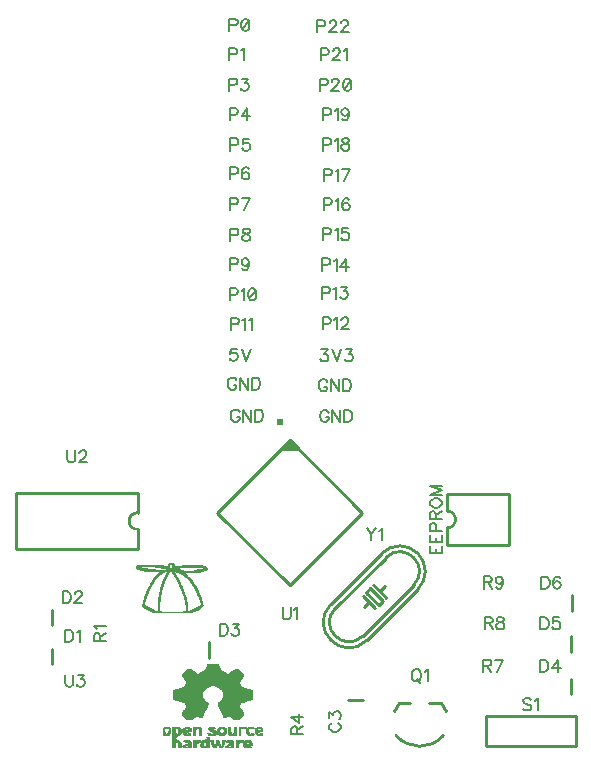
<source format=gbr>
G04 DipTrace 3.0.0.1*
G04 TopSilk.gbr*
%MOIN*%
G04 #@! TF.FileFunction,Legend,Top*
G04 #@! TF.Part,Single*
%ADD10C,0.01*%
%ADD12C,0.002992*%
%ADD36C,0.023681*%
%ADD78C,0.006176*%
%FSLAX26Y26*%
G04*
G70*
G90*
G75*
G01*
G04 TopSilk*
%LPD*%
X1570755Y571275D2*
D10*
X1621896D1*
X584908Y691883D2*
Y743025D1*
X584664Y821280D2*
Y872421D1*
X1108157Y712487D2*
Y763629D1*
X2315465Y642894D2*
Y591752D1*
X2315333Y784495D2*
Y733353D1*
X2317696Y920190D2*
Y869049D1*
X1903545Y1086827D2*
X2108266D1*
X1903545Y1260024D2*
X2108266D1*
Y1086827D2*
Y1260024D1*
X1903545Y1086827D2*
Y1145854D1*
Y1200996D2*
Y1260024D1*
Y1145854D2*
G03X1903545Y1200996I-15J27571D01*
G01*
X1779657Y563264D2*
X1740297D1*
X1842653D2*
X1882013D1*
X1740297D2*
X1724548Y535694D1*
X1882013Y563264D2*
X1897762Y535694D1*
X1732410Y453022D2*
G03X1889900Y453022I78745J69774D01*
G01*
X2330709Y418635D2*
X2030709D1*
Y518635D1*
X2330709D1*
Y418635D1*
X1378034Y1438490D2*
X1620158Y1196362D1*
X1378034Y954234D1*
X1135910Y1196362D1*
X1378034Y1438490D1*
D36*
X1344627Y1497024D3*
G36*
X1377490Y1436892D2*
X1403346Y1409914D1*
X1377490Y1436892D1*
G37*
G36*
X1383592Y1435786D2*
X1416999Y1402355D1*
X1339070D1*
X1383592Y1435786D1*
G37*
X873294Y1262740D2*
D10*
X463845D1*
X873294Y1073735D2*
X463845D1*
Y1262740D2*
Y1073735D1*
X873294Y1262740D2*
Y1195805D1*
Y1140670D2*
Y1073735D1*
Y1195805D2*
G03X873294Y1140670I-3711J-27568D01*
G01*
X1684596Y1060813D2*
X1515074Y891292D1*
X1804645Y940764D2*
X1635124Y771242D1*
X1698711Y1046697D2*
X1529190Y877176D1*
X1621008Y785358D2*
X1790529Y954879D1*
X1688124Y901912D2*
X1673975Y887763D1*
X1631595Y930143D1*
X1645744Y944292D1*
X1688124Y901912D1*
X1663388Y877176D2*
X1642181Y898349D1*
X1621008Y919556D1*
X1698711Y912499D2*
X1677538Y933706D1*
X1656331Y954879D1*
X1642181Y898349D2*
X1624537Y880705D1*
X1677538Y933706D2*
X1695182Y951350D1*
X1804645Y940764D2*
G03X1684596Y1060813I-60025J60025D01*
G01*
X1515074Y891292D2*
G03X1635124Y771242I60025J-60025D01*
G01*
X1790529Y954879D2*
G03X1698711Y1046697I-45909J45909D01*
G01*
X1529190Y877176D2*
G03X1621008Y785358I45909J-45909D01*
G01*
X973806Y1028110D2*
D12*
X988766D1*
X972216Y1025118D2*
X990356D1*
X869081Y1022126D2*
X955853D1*
X970814D2*
X976248D1*
X985774D2*
X991759D1*
X1018688D2*
X1081522D1*
X866331Y1019134D2*
X975198D1*
X985774D2*
X1090474D1*
X864320Y1016142D2*
X878058D1*
X937042D2*
X973806D1*
X985774D2*
X1097588D1*
X864085Y1013150D2*
X869081D1*
X953630D2*
X976798D1*
X985774D2*
X1003727D1*
X1090499D2*
X1100557D1*
X864950Y1010157D2*
X893434D1*
X967822D2*
X991759D1*
X1099475D2*
X1101406D1*
X873468Y1007165D2*
X919655D1*
X964829D2*
X1005971D1*
X1079091D2*
X1101795D1*
X885256Y1004173D2*
X1021680D1*
X1057585D2*
X1095694D1*
X899003Y1001181D2*
X977260D1*
X982320D2*
X1086541D1*
X944473Y998189D2*
X956327D1*
X968296D2*
X975022D1*
X984558D2*
X991645D1*
X1002077D2*
X1075538D1*
X939731Y995197D2*
X951202D1*
X966151D2*
X972909D1*
X986671D2*
X994241D1*
X1010702D2*
X1027664D1*
X935748Y992205D2*
X946490D1*
X964326D2*
X970834D1*
X988757D2*
X996411D1*
X1017418D2*
X1030656D1*
X932375Y989213D2*
X942257D1*
X962680D2*
X968954D1*
X990743D2*
X998243D1*
X1022635D2*
X1033648D1*
X929554Y986220D2*
X938638D1*
X961126D2*
X967342D1*
X992736D2*
X999892D1*
X1026780D2*
X1036640D1*
X927207Y983228D2*
X935666D1*
X959616D2*
X966034D1*
X994761D2*
X1001446D1*
X1030300D2*
X1039633D1*
X925055Y980236D2*
X933232D1*
X958208D2*
X964929D1*
X996633D2*
X1002968D1*
X1033513D2*
X1042613D1*
X922955Y977244D2*
X930955D1*
X956994D2*
X963753D1*
X998331D2*
X1004470D1*
X1036580D2*
X1045500D1*
X920965Y974252D2*
X928566D1*
X955928D2*
X962437D1*
X999924D2*
X1005971D1*
X1039499D2*
X1048111D1*
X918971Y971260D2*
X926235D1*
X954768D2*
X961031D1*
X1001458D2*
X1007466D1*
X1042121D2*
X1050375D1*
X916946Y968268D2*
X924189D1*
X953469D2*
X959581D1*
X1002972D2*
X1008964D1*
X1044400D2*
X1052494D1*
X915073Y965276D2*
X922397D1*
X952158D2*
X958195D1*
X1004471D2*
X1010458D1*
X1046615D2*
X1054583D1*
X913375Y962283D2*
X920675D1*
X950986D2*
X956990D1*
X1005960D2*
X1011957D1*
X1048980D2*
X1056570D1*
X911782Y959291D2*
X918840D1*
X949947D2*
X955939D1*
X1007360D2*
X1013450D1*
X1051302D2*
X1058562D1*
X910248Y956299D2*
X916892D1*
X948898D2*
X954884D1*
X1008571D2*
X1014937D1*
X1053345D2*
X1060587D1*
X908735Y953307D2*
X915052D1*
X947971D2*
X953956D1*
X1009636D2*
X1016337D1*
X1055125D2*
X1062460D1*
X907235Y950315D2*
X913368D1*
X947283D2*
X953268D1*
X1010796D2*
X1017548D1*
X1056753D2*
X1064158D1*
X905735Y947323D2*
X911779D1*
X946602D2*
X952586D1*
X1012107D2*
X1018613D1*
X1058300D2*
X1065751D1*
X904240Y944331D2*
X910248D1*
X945750D2*
X951723D1*
X1013511D2*
X1019773D1*
X1059819D2*
X1067284D1*
X902753Y941339D2*
X908746D1*
X944916D2*
X950795D1*
X1014960D2*
X1021071D1*
X1061320D2*
X1068798D1*
X901353Y938346D2*
X907340D1*
X944268D2*
X949871D1*
X1016346D2*
X1022382D1*
X1062821D2*
X1070298D1*
X900142Y935354D2*
X906128D1*
X943601D2*
X948869D1*
X1017551D2*
X1023555D1*
X1064316D2*
X1071786D1*
X899078Y932362D2*
X905062D1*
X942755D2*
X947972D1*
X1018602D2*
X1024594D1*
X1065815D2*
X1073187D1*
X897918Y929370D2*
X903902D1*
X941934D2*
X947385D1*
X1019668D2*
X1025655D1*
X1067308D2*
X1074398D1*
X896619Y926378D2*
X902603D1*
X941392D2*
X946982D1*
X1020690D2*
X1026675D1*
X1068795D2*
X1075463D1*
X895308Y923386D2*
X901292D1*
X941095D2*
X946466D1*
X1021654D2*
X1027639D1*
X1070195D2*
X1076623D1*
X894135Y920394D2*
X900119D1*
X940861D2*
X945695D1*
X1022683D2*
X1028667D1*
X1071406D2*
X1077922D1*
X893097Y917402D2*
X899081D1*
X940426D2*
X944906D1*
X1023690D2*
X1029675D1*
X1072471D2*
X1079233D1*
X892047Y914409D2*
X898020D1*
X939689D2*
X944377D1*
X1024649D2*
X1030633D1*
X1073631D2*
X1080406D1*
X891120Y911417D2*
X896999D1*
X938914D2*
X944097D1*
X1025664D2*
X1031648D1*
X1074930D2*
X1081444D1*
X890433Y908425D2*
X896036D1*
X938390D2*
X943969D1*
X1026578D2*
X1032550D1*
X1076241D2*
X1082493D1*
X889751Y905433D2*
X895019D1*
X938112D2*
X943904D1*
X1027260D2*
X1033139D1*
X1077413D2*
X1083420D1*
X888888Y902441D2*
X894105D1*
X937984D2*
X943779D1*
X1027940D2*
X1033543D1*
X1078452D2*
X1084108D1*
X887960Y899449D2*
X893423D1*
X937932D2*
X943390D1*
X1028791D2*
X1034059D1*
X1079501D2*
X1084789D1*
X887036Y896457D2*
X892766D1*
X937912D2*
X942671D1*
X1029613D2*
X1034830D1*
X1080405D2*
X1085641D1*
X886046Y893465D2*
X892149D1*
X937904D2*
X941903D1*
X1030156D2*
X1035619D1*
X1080858D2*
X1086452D1*
X885278Y890472D2*
X891797D1*
X937902D2*
X941381D1*
X1030441D2*
X1036148D1*
X1080909D2*
X1086878D1*
X884912Y887480D2*
X893596D1*
X937901D2*
X941103D1*
X1030571D2*
X1036428D1*
X1079451D2*
X1086945D1*
X886168Y884488D2*
X898215D1*
X937900D2*
X940976D1*
X1030624D2*
X1036556D1*
X1075351D2*
X1085845D1*
X889666Y881496D2*
X904062D1*
X937900D2*
X940924D1*
X1030645D2*
X1036609D1*
X1069557D2*
X1083111D1*
X894319Y878504D2*
X910842D1*
X937900D2*
X940904D1*
X1030652D2*
X1036629D1*
X1062273D2*
X1079222D1*
X900108Y875512D2*
X918231D1*
X937900D2*
X940896D1*
X1030655D2*
X1036637D1*
X1054108D2*
X1073938D1*
X907011Y872520D2*
X925932D1*
X937900D2*
X940894D1*
X1030656D2*
X1036640D1*
X1045617D2*
X1067195D1*
X914858Y869528D2*
X940892D1*
X1030656D2*
X1059012D1*
X923278Y866535D2*
X958845D1*
X1009711D2*
X1049622D1*
X931916Y863543D2*
X1039633D1*
X1102625Y692415D2*
X1138530D1*
X1101232Y689423D2*
X1139923D1*
X1100267Y686430D2*
X1140888D1*
X1099451Y683438D2*
X1141704D1*
X1098530Y680446D2*
X1142625D1*
X1097544Y677454D2*
X1143610D1*
X1036798Y674462D2*
X1045774D1*
X1096261D2*
X1144894D1*
X1195381D2*
X1204357D1*
X1033343Y671470D2*
X1050735D1*
X1094415D2*
X1146740D1*
X1190420D2*
X1207811D1*
X1029609Y668478D2*
X1055821D1*
X1089408D2*
X1151747D1*
X1185334D2*
X1211545D1*
X1025854Y665486D2*
X1061192D1*
X1082923D2*
X1158232D1*
X1179963D2*
X1215301D1*
X1022467Y662493D2*
X1066719D1*
X1075696D2*
X1165459D1*
X1174436D2*
X1218688D1*
X1019812Y659501D2*
X1221343D1*
X1017876Y656509D2*
X1223279D1*
X1018058Y653517D2*
X1223097D1*
X1019792Y650525D2*
X1221363D1*
X1021788Y647533D2*
X1219367D1*
X1023789Y644541D2*
X1217366D1*
X1025892Y641549D2*
X1215263D1*
X1028192Y638556D2*
X1212963D1*
X1030288Y635564D2*
X1210866D1*
X1031938Y632572D2*
X1209217D1*
X1031774Y629580D2*
X1209381D1*
X1031007Y626588D2*
X1210148D1*
X1029836Y623596D2*
X1211318D1*
X1028312Y620604D2*
X1212843D1*
X1026469Y617612D2*
X1108632D1*
X1132523D2*
X1214686D1*
X1021371Y614619D2*
X1102870D1*
X1138285D2*
X1219784D1*
X1013060Y611627D2*
X1097765D1*
X1143389D2*
X1228095D1*
X1001655Y608635D2*
X1093724D1*
X1147431D2*
X1239500D1*
X988924Y605643D2*
X1090606D1*
X1150549D2*
X1252231D1*
X988924Y602651D2*
X1088146D1*
X1153009D2*
X1252231D1*
X988924Y599659D2*
X1086435D1*
X1154720D2*
X1252231D1*
X988924Y596667D2*
X1085468D1*
X1155687D2*
X1252231D1*
X988924Y593675D2*
X1085001D1*
X1156154D2*
X1252231D1*
X988924Y590682D2*
X1084810D1*
X1156344D2*
X1252231D1*
X988924Y587690D2*
X1084847D1*
X1156308D2*
X1252231D1*
X988924Y584698D2*
X1085303D1*
X1155852D2*
X1252231D1*
X988924Y581706D2*
X1086414D1*
X1154741D2*
X1252231D1*
X988924Y578714D2*
X1088116D1*
X1153039D2*
X1252231D1*
X988924Y575722D2*
X1090295D1*
X1150860D2*
X1252231D1*
X1002543Y572730D2*
X1093119D1*
X1148036D2*
X1238611D1*
X1013321Y569738D2*
X1096537D1*
X1144618D2*
X1227834D1*
X1020495Y566745D2*
X1099948D1*
X1141206D2*
X1220660D1*
X1025548Y563753D2*
X1102981D1*
X1138173D2*
X1215607D1*
X1027869Y560761D2*
X1104197D1*
X1136958D2*
X1213286D1*
X1029762Y557769D2*
X1103827D1*
X1137328D2*
X1211393D1*
X1031210Y554777D2*
X1102930D1*
X1138225D2*
X1209945D1*
X1032273Y551785D2*
X1101706D1*
X1139449D2*
X1208881D1*
X1031784Y548793D2*
X1100316D1*
X1140838D2*
X1209371D1*
X1029847Y545801D2*
X1098864D1*
X1142291D2*
X1211307D1*
X1027523Y542808D2*
X1097380D1*
X1143775D2*
X1213631D1*
X1025166Y539816D2*
X1095891D1*
X1145264D2*
X1215989D1*
X1023004Y536824D2*
X1094394D1*
X1146761D2*
X1218151D1*
X1020946Y533832D2*
X1092901D1*
X1148254D2*
X1220208D1*
X1019105Y530840D2*
X1091403D1*
X1149752D2*
X1222050D1*
X1017671Y527848D2*
X1089909D1*
X1151246D2*
X1223484D1*
X1017986Y524856D2*
X1088420D1*
X1152735D2*
X1223168D1*
X1019988Y521864D2*
X1087004D1*
X1154151D2*
X1221167D1*
X1022770Y518871D2*
X1085758D1*
X1155397D2*
X1218384D1*
X1026214Y515879D2*
X1060148D1*
X1075696D2*
X1084672D1*
X1156483D2*
X1165459D1*
X1181007D2*
X1214941D1*
X1029874Y512887D2*
X1055924D1*
X1185231D2*
X1211281D1*
X1033392Y509895D2*
X1051010D1*
X1190145D2*
X1207763D1*
X1036798Y506903D2*
X1045774D1*
X1195381D2*
X1204357D1*
X959003Y482966D2*
X973963D1*
X985932D2*
X1009869D1*
X1027822D2*
X1042782D1*
X1054751D2*
X1078688D1*
X1108609D2*
X1126562D1*
X1141522D2*
X1159475D1*
X1171444D2*
X1177428D1*
X1192388D2*
X1198373D1*
X1207349D2*
X1231286D1*
X1237270D2*
X1255223D1*
X1267192D2*
X1282152D1*
X957621Y479974D2*
X976367D1*
X985932D2*
X1011458D1*
X1024642D2*
X1045186D1*
X1054751D2*
X1080069D1*
X1107239D2*
X1128151D1*
X1139118D2*
X1161879D1*
X1171444D2*
X1177428D1*
X1192388D2*
X1198373D1*
X1207349D2*
X1258215D1*
X1264199D2*
X1283533D1*
X956762Y476982D2*
X978117D1*
X985932D2*
X1012861D1*
X1021837D2*
X1046936D1*
X1054751D2*
X1080928D1*
X1106252D2*
X1129554D1*
X1137357D2*
X1163629D1*
X1171444D2*
X1177428D1*
X1192388D2*
X1198373D1*
X1207349D2*
X1284393D1*
X956327Y473990D2*
X959014D1*
X973940D2*
X979119D1*
X985932D2*
X994920D1*
X1006865D2*
X1027822D1*
X1039790D2*
X1047941D1*
X1054751D2*
X1064315D1*
X1075696D2*
X1081363D1*
X1106432D2*
X1114593D1*
X1136286D2*
X1143964D1*
X1155769D2*
X1164631D1*
X1171444D2*
X1177451D1*
X1192377D2*
X1198373D1*
X1207349D2*
X1213333D1*
X1231286D2*
X1237294D1*
X1261207D2*
X1267192D1*
X1282152D2*
X1284829D1*
X956134Y470997D2*
X959128D1*
X973712D2*
X979594D1*
X985932D2*
X995034D1*
X1006751D2*
X1048451D1*
X1054751D2*
X1062565D1*
X1075696D2*
X1081556D1*
X1108656D2*
X1129554D1*
X1135538D2*
X1142914D1*
X1157509D2*
X1165105D1*
X1171444D2*
X1177679D1*
X1192263D2*
X1198373D1*
X1207349D2*
X1213333D1*
X1231298D2*
X1237522D1*
X1261219D2*
X1285029D1*
X956056Y468005D2*
X959591D1*
X973168D2*
X979687D1*
X985932D2*
X995496D1*
X1006289D2*
X1048766D1*
X1054751D2*
X1061563D1*
X1075696D2*
X1081634D1*
X1113663D2*
X1141522D1*
X1157292D2*
X1165199D1*
X1171455D2*
X1178223D1*
X1191800D2*
X1198373D1*
X1207349D2*
X1213333D1*
X1231415D2*
X1238065D1*
X1261336D2*
X1285144D1*
X956027Y465013D2*
X960614D1*
X970837D2*
X979273D1*
X985932D2*
X996519D1*
X1005266D2*
X1027822D1*
X1054751D2*
X1061077D1*
X1075696D2*
X1081664D1*
X1118803D2*
X1144514D1*
X1155534D2*
X1164785D1*
X1171569D2*
X1180554D1*
X1190778D2*
X1198373D1*
X1207349D2*
X1213333D1*
X1231912D2*
X1240397D1*
X1261833D2*
X1267192D1*
X956016Y462021D2*
X961995D1*
X967979D2*
X978100D1*
X985932D2*
X997900D1*
X1003885D2*
X1015409D1*
X1022387D2*
X1030814D1*
X1039790D2*
X1045774D1*
X1054751D2*
X1060867D1*
X1075696D2*
X1081674D1*
X1102625D2*
X1111601D1*
X1123570D2*
X1147507D1*
X1153491D2*
X1163612D1*
X1172032D2*
X1183412D1*
X1189396D2*
X1198373D1*
X1207349D2*
X1213333D1*
X1233116D2*
X1243255D1*
X1249239D2*
X1255223D1*
X1263038D2*
X1270184D1*
X1279160D2*
X1285144D1*
X956012Y459029D2*
X976198D1*
X985932D2*
X1011000D1*
X1023437D2*
X1045774D1*
X1054751D2*
X1060781D1*
X1075696D2*
X1081678D1*
X1104027D2*
X1132546D1*
X1138530D2*
X1161710D1*
X1173055D2*
X1198373D1*
X1207349D2*
X1213333D1*
X1235030D2*
X1258215D1*
X1264951D2*
X1285144D1*
X956010Y456037D2*
X973963D1*
X985932D2*
X1005637D1*
X1024829D2*
X1045774D1*
X1054751D2*
X1060735D1*
X1075696D2*
X1081680D1*
X1105617D2*
X1126562D1*
X1141522D2*
X1159475D1*
X1174436D2*
X1198373D1*
X1207349D2*
X1213333D1*
X1237270D2*
X1255223D1*
X1267192D2*
X1285144D1*
X985932Y453045D2*
X1000790D1*
X985932Y450052D2*
X997119D1*
X1099633D2*
X1108609D1*
X985932Y447060D2*
X995948D1*
X1101025D2*
X1108609D1*
X985932Y444068D2*
X995309D1*
X1101950D2*
X1108609D1*
X985932Y441076D2*
X994908D1*
X1102625D2*
X1108609D1*
X985932Y438084D2*
X1003299D1*
X1024829D2*
X1042782D1*
X1054751D2*
X1078688D1*
X1084672D2*
X1120577D1*
X1132546D2*
X1138530D1*
X1153491D2*
X1162467D1*
X1168451D2*
X1186404D1*
X1198373D2*
X1222310D1*
X1228294D2*
X1246247D1*
X985932Y435092D2*
X1010100D1*
X1021837D2*
X1045186D1*
X1054751D2*
X1121042D1*
X1132081D2*
X1140374D1*
X1152468D2*
X1160972D1*
X1166862D2*
X1187785D1*
X1198373D2*
X1248090D1*
X985932Y432100D2*
X1013415D1*
X1031842D2*
X1046936D1*
X1054751D2*
X1078048D1*
X1082268D2*
X1108609D1*
X1115056D2*
X1121809D1*
X1131314D2*
X1141976D1*
X1151577D2*
X1159718D1*
X1165459D2*
X1188645D1*
X1198373D2*
X1249692D1*
X985932Y429108D2*
X994908D1*
X1006877D2*
X1014698D1*
X1042782D2*
X1047938D1*
X1054751D2*
X1069957D1*
X1080530D2*
X1087676D1*
X1099621D2*
X1108609D1*
X1115809D2*
X1122707D1*
X1130416D2*
X1143193D1*
X1151008D2*
X1158460D1*
X1183412D2*
X1189080D1*
X1198373D2*
X1207937D1*
X1222310D2*
X1231286D1*
X1243255D2*
X1250910D1*
X985932Y426115D2*
X994908D1*
X1006877D2*
X1015405D1*
X1031842D2*
X1048424D1*
X1054751D2*
X1066231D1*
X1079360D2*
X1087790D1*
X1099507D2*
X1108609D1*
X1116689D2*
X1123570D1*
X1129554D2*
X1143963D1*
X1150699D2*
X1157119D1*
X1174102D2*
X1189272D1*
X1198373D2*
X1206187D1*
X1222321D2*
X1251680D1*
X985932Y423123D2*
X994908D1*
X1006877D2*
X1015853D1*
X1021837D2*
X1048634D1*
X1054751D2*
X1064894D1*
X1079462D2*
X1088252D1*
X1099044D2*
X1108609D1*
X1117597D2*
X1144514D1*
X1150499D2*
X1155802D1*
X1166965D2*
X1189351D1*
X1198373D2*
X1205185D1*
X1222435D2*
X1252231D1*
X985932Y420131D2*
X994908D1*
X1006877D2*
X1027822D1*
X1042782D2*
X1048718D1*
X1054751D2*
X1064204D1*
X1080045D2*
X1089275D1*
X1098022D2*
X1108609D1*
X1118617D2*
X1132546D1*
X1141522D2*
X1154719D1*
X1164188D2*
X1171444D1*
X1183412D2*
X1189380D1*
X1198373D2*
X1204698D1*
X1222898D2*
X1231286D1*
X985932Y417139D2*
X994908D1*
X1006877D2*
X1027822D1*
X1039790D2*
X1048750D1*
X1054751D2*
X1063897D1*
X1080862D2*
X1090656D1*
X1096640D2*
X1108609D1*
X1119640D2*
X1132546D1*
X1141522D2*
X1154009D1*
X1163191D2*
X1171444D1*
X1183412D2*
X1189391D1*
X1198373D2*
X1204481D1*
X1223921D2*
X1234278D1*
X1243255D2*
X1246247D1*
X985932Y414147D2*
X994908D1*
X1006877D2*
X1015853D1*
X1021837D2*
X1048766D1*
X1054751D2*
X1063727D1*
X1081680D2*
X1108609D1*
X1120577D2*
X1132546D1*
X1141522D2*
X1153491D1*
X1162467D2*
X1189396D1*
X1198373D2*
X1204357D1*
X1225302D2*
X1249239D1*
X973806Y1028110D2*
X972216Y1025118D1*
X970814Y1022126D1*
X988766Y1028110D2*
X990356Y1025118D1*
X991759Y1022126D1*
X869081D2*
X866331Y1019134D1*
X864320Y1016142D1*
X864085Y1013150D1*
X864950Y1010157D1*
X873468Y1007165D1*
X885256Y1004173D1*
X899003Y1001181D1*
X955853Y1022126D2*
X976798Y1025118D2*
X976248Y1022126D1*
X975198Y1019134D1*
X973806Y1016142D1*
X976798Y1013150D1*
X985774Y1025118D2*
Y1022126D1*
Y1019134D1*
Y1016142D1*
Y1013150D1*
X1018688Y1022126D2*
X1081522D2*
X1090474Y1019134D1*
X1097588Y1016142D1*
X1100557Y1013150D1*
X1101406Y1010157D1*
X1101795Y1007165D1*
X1095694Y1004173D1*
X1086541Y1001181D1*
X1075538Y998189D1*
X887034Y1019134D2*
X878058Y1016142D1*
X869081Y1013150D1*
X893434Y1010157D1*
X919655Y1007165D1*
X946877Y1004173D1*
X916955Y1019134D2*
X937042Y1016142D1*
X953630Y1013150D1*
X967822Y1010157D1*
X964829Y1007165D1*
X961837Y1004173D1*
X1015696Y1016142D2*
X1003727Y1013150D1*
X991759Y1010157D1*
X1005971Y1007165D1*
X1021680Y1004173D1*
X1081522Y1016142D2*
X1090499Y1013150D1*
X1099475Y1010157D1*
X1079091Y1007165D1*
X1057585Y1004173D1*
X979790D2*
X977260Y1001181D1*
X975022Y998189D1*
X972909Y995197D1*
X970834Y992205D1*
X968954Y989213D1*
X967342Y986220D1*
X966034Y983228D1*
X964929Y980236D1*
X963753Y977244D1*
X962437Y974252D1*
X961031Y971260D1*
X959581Y968268D1*
X958195Y965276D1*
X956990Y962283D1*
X955939Y959291D1*
X954884Y956299D1*
X953956Y953307D1*
X953268Y950315D1*
X952586Y947323D1*
X951723Y944331D1*
X950795Y941339D1*
X949871Y938346D1*
X948869Y935354D1*
X947972Y932362D1*
X947385Y929370D1*
X946982Y926378D1*
X946466Y923386D1*
X945695Y920394D1*
X944906Y917402D1*
X944377Y914409D1*
X944097Y911417D1*
X943969Y908425D1*
X943904Y905433D1*
X943779Y902441D1*
X943390Y899449D1*
X942671Y896457D1*
X941903Y893465D1*
X941381Y890472D1*
X941103Y887480D1*
X940976Y884488D1*
X940924Y881496D1*
X940904Y878504D1*
X940896Y875512D1*
X940894Y872520D1*
X940892Y869528D1*
X958845Y866535D1*
X976798Y863543D1*
X979790Y1004173D2*
X982320Y1001181D1*
X984558Y998189D1*
X986671Y995197D1*
X988757Y992205D1*
X990743Y989213D1*
X992736Y986220D1*
X994761Y983228D1*
X996633Y980236D1*
X998331Y977244D1*
X999924Y974252D1*
X1001458Y971260D1*
X1002972Y968268D1*
X1004471Y965276D1*
X1005960Y962283D1*
X1007360Y959291D1*
X1008571Y956299D1*
X1009636Y953307D1*
X1010796Y950315D1*
X1012107Y947323D1*
X1013511Y944331D1*
X1014960Y941339D1*
X1016346Y938346D1*
X1017551Y935354D1*
X1018602Y932362D1*
X1019668Y929370D1*
X1020690Y926378D1*
X1021654Y923386D1*
X1022683Y920394D1*
X1023690Y917402D1*
X1024649Y914409D1*
X1025664Y911417D1*
X1026578Y908425D1*
X1027260Y905433D1*
X1027940Y902441D1*
X1028791Y899449D1*
X1029613Y896457D1*
X1030156Y893465D1*
X1030441Y890472D1*
X1030571Y887480D1*
X1030624Y884488D1*
X1030645Y881496D1*
X1030652Y878504D1*
X1030655Y875512D1*
X1030656Y872520D1*
Y869528D1*
X1009711Y866535D1*
X988766Y863543D1*
X949869Y1001181D2*
X944473Y998189D1*
X939731Y995197D1*
X935748Y992205D1*
X932375Y989213D1*
X929554Y986220D1*
X927207Y983228D1*
X925055Y980236D1*
X922955Y977244D1*
X920965Y974252D1*
X918971Y971260D1*
X916946Y968268D1*
X915073Y965276D1*
X913375Y962283D1*
X911782Y959291D1*
X910248Y956299D1*
X908735Y953307D1*
X907235Y950315D1*
X905735Y947323D1*
X904240Y944331D1*
X902753Y941339D1*
X901353Y938346D1*
X900142Y935354D1*
X899078Y932362D1*
X897918Y929370D1*
X896619Y926378D1*
X895308Y923386D1*
X894135Y920394D1*
X893097Y917402D1*
X892047Y914409D1*
X891120Y911417D1*
X890433Y908425D1*
X889751Y905433D1*
X888888Y902441D1*
X887960Y899449D1*
X887036Y896457D1*
X886046Y893465D1*
X885278Y890472D1*
X884912Y887480D1*
X886168Y884488D1*
X889666Y881496D1*
X894319Y878504D1*
X900108Y875512D1*
X907011Y872520D1*
X914858Y869528D1*
X923278Y866535D1*
X931916Y863543D1*
X961837Y1001181D2*
X956327Y998189D1*
X951202Y995197D1*
X946490Y992205D1*
X942257Y989213D1*
X938638Y986220D1*
X935666Y983228D1*
X933232Y980236D1*
X930955Y977244D1*
X928566Y974252D1*
X926235Y971260D1*
X924189Y968268D1*
X922397Y965276D1*
X920675Y962283D1*
X918840Y959291D1*
X916892Y956299D1*
X915052Y953307D1*
X913368Y950315D1*
X911779Y947323D1*
X910248Y944331D1*
X908746Y941339D1*
X907340Y938346D1*
X906128Y935354D1*
X905062Y932362D1*
X903902Y929370D1*
X902603Y926378D1*
X901292Y923386D1*
X900119Y920394D1*
X899081Y917402D1*
X898020Y914409D1*
X896999Y911417D1*
X896036Y908425D1*
X895019Y905433D1*
X894105Y902441D1*
X893423Y899449D1*
X892766Y896457D1*
X892149Y893465D1*
X891797Y890472D1*
X893596Y887480D1*
X898215Y884488D1*
X904062Y881496D1*
X910842Y878504D1*
X918231Y875512D1*
X925932Y872520D1*
X970814Y1001181D2*
X968296Y998189D1*
X966151Y995197D1*
X964326Y992205D1*
X962680Y989213D1*
X961126Y986220D1*
X959616Y983228D1*
X958208Y980236D1*
X956994Y977244D1*
X955928Y974252D1*
X954768Y971260D1*
X953469Y968268D1*
X952158Y965276D1*
X950986Y962283D1*
X949947Y959291D1*
X948898Y956299D1*
X947971Y953307D1*
X947283Y950315D1*
X946602Y947323D1*
X945750Y944331D1*
X944916Y941339D1*
X944268Y938346D1*
X943601Y935354D1*
X942755Y932362D1*
X941934Y929370D1*
X941392Y926378D1*
X941095Y923386D1*
X940861Y920394D1*
X940426Y917402D1*
X939689Y914409D1*
X938914Y911417D1*
X938390Y908425D1*
X938112Y905433D1*
X937984Y902441D1*
X937932Y899449D1*
X937912Y896457D1*
X937904Y893465D1*
X937902Y890472D1*
X937901Y887480D1*
X937900Y884488D1*
Y881496D1*
Y878504D1*
Y875512D1*
Y872520D1*
X988766Y1001181D2*
X991645Y998189D1*
X994241Y995197D1*
X996411Y992205D1*
X998243Y989213D1*
X999892Y986220D1*
X1001446Y983228D1*
X1002968Y980236D1*
X1004470Y977244D1*
X1005971Y974252D1*
X1007466Y971260D1*
X1008964Y968268D1*
X1010458Y965276D1*
X1011957Y962283D1*
X1013450Y959291D1*
X1014937Y956299D1*
X1016337Y953307D1*
X1017548Y950315D1*
X1018613Y947323D1*
X1019773Y944331D1*
X1021071Y941339D1*
X1022382Y938346D1*
X1023555Y935354D1*
X1024594Y932362D1*
X1025655Y929370D1*
X1026675Y926378D1*
X1027639Y923386D1*
X1028667Y920394D1*
X1029675Y917402D1*
X1030633Y914409D1*
X1031648Y911417D1*
X1032550Y908425D1*
X1033139Y905433D1*
X1033543Y902441D1*
X1034059Y899449D1*
X1034830Y896457D1*
X1035619Y893465D1*
X1036148Y890472D1*
X1036428Y887480D1*
X1036556Y884488D1*
X1036609Y881496D1*
X1036629Y878504D1*
X1036637Y875512D1*
X1036640Y872520D1*
X991759Y1001181D2*
X1002077Y998189D1*
X1010702Y995197D1*
X1017418Y992205D1*
X1022635Y989213D1*
X1026780Y986220D1*
X1030300Y983228D1*
X1033513Y980236D1*
X1036580Y977244D1*
X1039499Y974252D1*
X1042121Y971260D1*
X1044400Y968268D1*
X1046615Y965276D1*
X1048980Y962283D1*
X1051302Y959291D1*
X1053345Y956299D1*
X1055125Y953307D1*
X1056753Y950315D1*
X1058300Y947323D1*
X1059819Y944331D1*
X1061320Y941339D1*
X1062821Y938346D1*
X1064316Y935354D1*
X1065815Y932362D1*
X1067308Y929370D1*
X1068795Y926378D1*
X1070195Y923386D1*
X1071406Y920394D1*
X1072471Y917402D1*
X1073631Y914409D1*
X1074930Y911417D1*
X1076241Y908425D1*
X1077413Y905433D1*
X1078452Y902441D1*
X1079501Y899449D1*
X1080405Y896457D1*
X1080858Y893465D1*
X1080909Y890472D1*
X1079451Y887480D1*
X1075351Y884488D1*
X1069557Y881496D1*
X1062273Y878504D1*
X1054108Y875512D1*
X1045617Y872520D1*
X1024672Y998189D2*
X1027664Y995197D1*
X1030656Y992205D1*
X1033648Y989213D1*
X1036640Y986220D1*
X1039633Y983228D1*
X1042613Y980236D1*
X1045500Y977244D1*
X1048111Y974252D1*
X1050375Y971260D1*
X1052494Y968268D1*
X1054583Y965276D1*
X1056570Y962283D1*
X1058562Y959291D1*
X1060587Y956299D1*
X1062460Y953307D1*
X1064158Y950315D1*
X1065751Y947323D1*
X1067284Y944331D1*
X1068798Y941339D1*
X1070298Y938346D1*
X1071786Y935354D1*
X1073187Y932362D1*
X1074398Y929370D1*
X1075463Y926378D1*
X1076623Y923386D1*
X1077922Y920394D1*
X1079233Y917402D1*
X1080406Y914409D1*
X1081444Y911417D1*
X1082493Y908425D1*
X1083420Y905433D1*
X1084108Y902441D1*
X1084789Y899449D1*
X1085641Y896457D1*
X1086452Y893465D1*
X1086878Y890472D1*
X1086945Y887480D1*
X1085845Y884488D1*
X1083111Y881496D1*
X1079222Y878504D1*
X1073938Y875512D1*
X1067195Y872520D1*
X1059012Y869528D1*
X1049622Y866535D1*
X1039633Y863543D1*
X1102625Y692415D2*
X1101232Y689423D1*
X1100267Y686430D1*
X1099451Y683438D1*
X1098530Y680446D1*
X1097544Y677454D1*
X1096261Y674462D1*
X1094415Y671470D1*
X1089408Y668478D1*
X1082923Y665486D1*
X1075696Y662493D1*
X1138530Y692415D2*
X1139923Y689423D1*
X1140888Y686430D1*
X1141704Y683438D1*
X1142625Y680446D1*
X1143610Y677454D1*
X1144894Y674462D1*
X1146740Y671470D1*
X1151747Y668478D1*
X1158232Y665486D1*
X1165459Y662493D1*
X1036798Y674462D2*
X1033343Y671470D1*
X1029609Y668478D1*
X1025854Y665486D1*
X1022467Y662493D1*
X1019812Y659501D1*
X1017876Y656509D1*
X1018058Y653517D1*
X1019792Y650525D1*
X1021788Y647533D1*
X1023789Y644541D1*
X1025892Y641549D1*
X1028192Y638556D1*
X1030288Y635564D1*
X1031938Y632572D1*
X1031774Y629580D1*
X1031007Y626588D1*
X1029836Y623596D1*
X1028312Y620604D1*
X1026469Y617612D1*
X1021371Y614619D1*
X1013060Y611627D1*
X1001655Y608635D1*
X988924Y605643D1*
Y602651D1*
Y599659D1*
Y596667D1*
Y593675D1*
Y590682D1*
Y587690D1*
Y584698D1*
Y581706D1*
Y578714D1*
Y575722D1*
X1002543Y572730D1*
X1013321Y569738D1*
X1020495Y566745D1*
X1025548Y563753D1*
X1027869Y560761D1*
X1029762Y557769D1*
X1031210Y554777D1*
X1032273Y551785D1*
X1031784Y548793D1*
X1029847Y545801D1*
X1027523Y542808D1*
X1025166Y539816D1*
X1023004Y536824D1*
X1020946Y533832D1*
X1019105Y530840D1*
X1017671Y527848D1*
X1017986Y524856D1*
X1019988Y521864D1*
X1022770Y518871D1*
X1026214Y515879D1*
X1029874Y512887D1*
X1033392Y509895D1*
X1036798Y506903D1*
X1045774Y674462D2*
X1050735Y671470D1*
X1055821Y668478D1*
X1061192Y665486D1*
X1066719Y662493D1*
X1195381Y674462D2*
X1190420Y671470D1*
X1185334Y668478D1*
X1179963Y665486D1*
X1174436Y662493D1*
X1204357Y674462D2*
X1207811Y671470D1*
X1211545Y668478D1*
X1215301Y665486D1*
X1218688Y662493D1*
X1221343Y659501D1*
X1223279Y656509D1*
X1223097Y653517D1*
X1221363Y650525D1*
X1219367Y647533D1*
X1217366Y644541D1*
X1215263Y641549D1*
X1212963Y638556D1*
X1210866Y635564D1*
X1209217Y632572D1*
X1209381Y629580D1*
X1210148Y626588D1*
X1211318Y623596D1*
X1212843Y620604D1*
X1214686Y617612D1*
X1219784Y614619D1*
X1228095Y611627D1*
X1239500Y608635D1*
X1252231Y605643D1*
Y602651D1*
Y599659D1*
Y596667D1*
Y593675D1*
Y590682D1*
Y587690D1*
Y584698D1*
Y581706D1*
Y578714D1*
Y575722D1*
X1238611Y572730D1*
X1227834Y569738D1*
X1220660Y566745D1*
X1215607Y563753D1*
X1213286Y560761D1*
X1211393Y557769D1*
X1209945Y554777D1*
X1208881Y551785D1*
X1209371Y548793D1*
X1211307Y545801D1*
X1213631Y542808D1*
X1215989Y539816D1*
X1218151Y536824D1*
X1220208Y533832D1*
X1222050Y530840D1*
X1223484Y527848D1*
X1223168Y524856D1*
X1221167Y521864D1*
X1218384Y518871D1*
X1214941Y515879D1*
X1211281Y512887D1*
X1207763Y509895D1*
X1204357Y506903D1*
X1114593Y620604D2*
X1108632Y617612D1*
X1102870Y614619D1*
X1097765Y611627D1*
X1093724Y608635D1*
X1090606Y605643D1*
X1088146Y602651D1*
X1086435Y599659D1*
X1085468Y596667D1*
X1085001Y593675D1*
X1084810Y590682D1*
X1084847Y587690D1*
X1085303Y584698D1*
X1086414Y581706D1*
X1088116Y578714D1*
X1090295Y575722D1*
X1093119Y572730D1*
X1096537Y569738D1*
X1099948Y566745D1*
X1102981Y563753D1*
X1104197Y560761D1*
X1103827Y557769D1*
X1102930Y554777D1*
X1101706Y551785D1*
X1100316Y548793D1*
X1098864Y545801D1*
X1097380Y542808D1*
X1095891Y539816D1*
X1094394Y536824D1*
X1092901Y533832D1*
X1091403Y530840D1*
X1089909Y527848D1*
X1088420Y524856D1*
X1087004Y521864D1*
X1085758Y518871D1*
X1084672Y515879D1*
X1126562Y620604D2*
X1132523Y617612D1*
X1138285Y614619D1*
X1143389Y611627D1*
X1147431Y608635D1*
X1150549Y605643D1*
X1153009Y602651D1*
X1154720Y599659D1*
X1155687Y596667D1*
X1156154Y593675D1*
X1156344Y590682D1*
X1156308Y587690D1*
X1155852Y584698D1*
X1154741Y581706D1*
X1153039Y578714D1*
X1150860Y575722D1*
X1148036Y572730D1*
X1144618Y569738D1*
X1141206Y566745D1*
X1138173Y563753D1*
X1136958Y560761D1*
X1137328Y557769D1*
X1138225Y554777D1*
X1139449Y551785D1*
X1140838Y548793D1*
X1142291Y545801D1*
X1143775Y542808D1*
X1145264Y539816D1*
X1146761Y536824D1*
X1148254Y533832D1*
X1149752Y530840D1*
X1151246Y527848D1*
X1152735Y524856D1*
X1154151Y521864D1*
X1155397Y518871D1*
X1156483Y515879D1*
X1063727Y518871D2*
X1060148Y515879D1*
X1055924Y512887D1*
X1051010Y509895D1*
X1045774Y506903D1*
X1072703Y518871D2*
X1075696Y515879D1*
X1168451Y518871D2*
X1165459Y515879D1*
X1177428Y518871D2*
X1181007Y515879D1*
X1185231Y512887D1*
X1190145Y509895D1*
X1195381Y506903D1*
X959003Y482966D2*
X957621Y479974D1*
X956762Y476982D1*
X956327Y473990D1*
X956134Y470997D1*
X956056Y468005D1*
X956027Y465013D1*
X956016Y462021D1*
X956012Y459029D1*
X956010Y456037D1*
X973963Y482966D2*
X976367Y479974D1*
X978117Y476982D1*
X979119Y473990D1*
X979594Y470997D1*
X979687Y468005D1*
X979273Y465013D1*
X978100Y462021D1*
X976198Y459029D1*
X973963Y456037D1*
X985932Y482966D2*
Y479974D1*
Y476982D1*
Y473990D1*
Y470997D1*
Y468005D1*
Y465013D1*
Y462021D1*
Y459029D1*
Y456037D1*
Y453045D1*
Y450052D1*
Y447060D1*
Y444068D1*
Y441076D1*
Y438084D1*
Y435092D1*
Y432100D1*
Y429108D1*
Y426115D1*
Y423123D1*
Y420131D1*
Y417139D1*
Y414147D1*
X1009869Y482966D2*
X1011458Y479974D1*
X1012861Y476982D1*
X1027822Y482966D2*
X1024642Y479974D1*
X1021837Y476982D1*
X1042782Y482966D2*
X1045186Y479974D1*
X1046936Y476982D1*
X1047941Y473990D1*
X1048451Y470997D1*
X1048766Y468005D1*
X1027822Y465013D1*
X1030814Y462021D1*
X1054751Y482966D2*
Y479974D1*
Y476982D1*
Y473990D1*
Y470997D1*
Y468005D1*
Y465013D1*
Y462021D1*
Y459029D1*
Y456037D1*
X1078688Y482966D2*
X1080069Y479974D1*
X1080928Y476982D1*
X1081363Y473990D1*
X1081556Y470997D1*
X1081634Y468005D1*
X1081664Y465013D1*
X1081674Y462021D1*
X1081678Y459029D1*
X1081680Y456037D1*
X1108609Y482966D2*
X1107239Y479974D1*
X1106252Y476982D1*
X1106432Y473990D1*
X1108656Y470997D1*
X1113663Y468005D1*
X1118803Y465013D1*
X1123570Y462021D1*
X1126562Y482966D2*
X1128151Y479974D1*
X1129554Y476982D1*
X1114593Y473990D1*
X1129554Y470997D1*
X1141522Y482966D2*
X1139118Y479974D1*
X1137357Y476982D1*
X1136286Y473990D1*
X1135538Y470997D1*
X1159475Y482966D2*
X1161879Y479974D1*
X1163629Y476982D1*
X1164631Y473990D1*
X1165105Y470997D1*
X1165199Y468005D1*
X1164785Y465013D1*
X1163612Y462021D1*
X1161710Y459029D1*
X1159475Y456037D1*
X1171444Y482966D2*
Y479974D1*
Y476982D1*
Y473990D1*
Y470997D1*
X1171455Y468005D1*
X1171569Y465013D1*
X1172032Y462021D1*
X1173055Y459029D1*
X1174436Y456037D1*
X1177428Y482966D2*
Y479974D1*
Y476982D1*
X1177451Y473990D1*
X1177679Y470997D1*
X1178223Y468005D1*
X1180554Y465013D1*
X1183412Y462021D1*
X1192388Y482966D2*
Y479974D1*
Y476982D1*
X1192377Y473990D1*
X1192263Y470997D1*
X1191800Y468005D1*
X1190778Y465013D1*
X1189396Y462021D1*
X1198373Y482966D2*
Y479974D1*
Y476982D1*
Y473990D1*
Y470997D1*
Y468005D1*
Y465013D1*
Y462021D1*
Y459029D1*
Y456037D1*
X1207349Y482966D2*
Y479974D1*
Y476982D1*
Y473990D1*
Y470997D1*
Y468005D1*
Y465013D1*
Y462021D1*
Y459029D1*
Y456037D1*
X1231286Y482966D2*
X1237270D2*
X1255223D2*
X1258215Y479974D1*
X1267192Y482966D2*
X1264199Y479974D1*
X1282152Y482966D2*
X1283533Y479974D1*
X1284393Y476982D1*
X1284829Y473990D1*
X1285029Y470997D1*
X1285144Y468005D1*
X1267192Y465013D1*
X1270184Y462021D1*
X959003Y476982D2*
X959014Y473990D1*
X959128Y470997D1*
X959591Y468005D1*
X960614Y465013D1*
X961995Y462021D1*
X973963Y476982D2*
X973940Y473990D1*
X973712Y470997D1*
X973168Y468005D1*
X970837Y465013D1*
X967979Y462021D1*
X994908Y476982D2*
X994920Y473990D1*
X995034Y470997D1*
X995496Y468005D1*
X996519Y465013D1*
X997900Y462021D1*
X1006877Y476982D2*
X1006865Y473990D1*
X1006751Y470997D1*
X1006289Y468005D1*
X1005266Y465013D1*
X1003885Y462021D1*
X1030814Y476982D2*
X1027822Y473990D1*
X1036798Y476982D2*
X1039790Y473990D1*
X1066719Y476982D2*
X1064315Y473990D1*
X1062565Y470997D1*
X1061563Y468005D1*
X1061077Y465013D1*
X1060867Y462021D1*
X1060781Y459029D1*
X1060735Y456037D1*
X1075696Y476982D2*
Y473990D1*
Y470997D1*
Y468005D1*
Y465013D1*
Y462021D1*
Y459029D1*
Y456037D1*
X1144514Y476982D2*
X1143964Y473990D1*
X1142914Y470997D1*
X1141522Y468005D1*
X1144514Y465013D1*
X1147507Y462021D1*
X1153491Y476982D2*
X1155769Y473990D1*
X1157509Y470997D1*
X1157292Y468005D1*
X1155534Y465013D1*
X1153491Y462021D1*
X1213333Y476982D2*
Y473990D1*
Y470997D1*
Y468005D1*
Y465013D1*
Y462021D1*
Y459029D1*
Y456037D1*
X1231286Y476982D2*
Y473990D1*
X1231298Y470997D1*
X1231415Y468005D1*
X1231912Y465013D1*
X1233116Y462021D1*
X1235030Y459029D1*
X1237270Y456037D1*
Y476982D2*
X1237294Y473990D1*
X1237522Y470997D1*
X1238065Y468005D1*
X1240397Y465013D1*
X1243255Y462021D1*
X1261207Y476982D2*
Y473990D1*
X1261219Y470997D1*
X1261336Y468005D1*
X1261833Y465013D1*
X1263038Y462021D1*
X1264951Y459029D1*
X1267192Y456037D1*
X1270184Y476982D2*
X1267192Y473990D1*
X1279160Y476982D2*
X1282152Y473990D1*
X1018845Y465013D2*
X1015409Y462021D1*
X1011000Y459029D1*
X1005637Y456037D1*
X1000790Y453045D1*
X997119Y450052D1*
X995948Y447060D1*
X995309Y444068D1*
X994908Y441076D1*
X1003299Y438084D1*
X1010100Y435092D1*
X1013415Y432100D1*
X1014698Y429108D1*
X1015405Y426115D1*
X1015853Y423123D1*
X1021837Y465013D2*
X1022387Y462021D1*
X1023437Y459029D1*
X1024829Y456037D1*
X1039790Y462021D2*
X1045774D2*
Y459029D1*
Y456037D1*
X1102625Y462021D2*
X1104027Y459029D1*
X1105617Y456037D1*
X1111601Y462021D2*
X1249239D2*
X1255223D2*
X1258215Y459029D1*
X1255223Y456037D1*
X1279160Y462021D2*
X1285144D2*
Y459029D1*
Y456037D1*
X1138530Y462021D2*
X1132546Y459029D1*
X1126562Y456037D1*
X1135538Y462021D2*
X1138530Y459029D1*
X1141522Y456037D1*
X1099633Y450052D2*
X1101025Y447060D1*
X1101950Y444068D1*
X1102625Y441076D1*
X1084672Y438084D1*
X1108609Y450052D2*
Y447060D1*
Y444068D1*
Y441076D1*
Y438084D1*
X1120577D1*
X1121042Y435092D1*
X1121809Y432100D1*
X1122707Y429108D1*
X1123570Y426115D1*
X1024829Y438084D2*
X1021837Y435092D1*
X1031842Y432100D1*
X1042782Y429108D1*
X1031842Y426115D1*
X1021837Y423123D1*
X1042782Y438084D2*
X1045186Y435092D1*
X1046936Y432100D1*
X1047938Y429108D1*
X1048424Y426115D1*
X1048634Y423123D1*
X1048718Y420131D1*
X1048750Y417139D1*
X1048766Y414147D1*
X1054751Y438084D2*
Y435092D1*
Y432100D1*
Y429108D1*
Y426115D1*
Y423123D1*
Y420131D1*
Y417139D1*
Y414147D1*
X1078688Y438084D2*
X1132546D2*
X1132081Y435092D1*
X1131314Y432100D1*
X1130416Y429108D1*
X1129554Y426115D1*
X1138530Y438084D2*
X1140374Y435092D1*
X1141976Y432100D1*
X1143193Y429108D1*
X1143963Y426115D1*
X1144514Y423123D1*
X1153491Y438084D2*
X1152468Y435092D1*
X1151577Y432100D1*
X1151008Y429108D1*
X1150699Y426115D1*
X1150499Y423123D1*
X1162467Y438084D2*
X1160972Y435092D1*
X1159718Y432100D1*
X1158460Y429108D1*
X1157119Y426115D1*
X1155802Y423123D1*
X1154719Y420131D1*
X1154009Y417139D1*
X1153491Y414147D1*
X1168451Y438084D2*
X1166862Y435092D1*
X1165459Y432100D1*
X1183412Y429108D1*
X1174102Y426115D1*
X1166965Y423123D1*
X1164188Y420131D1*
X1163191Y417139D1*
X1162467Y414147D1*
X1186404Y438084D2*
X1187785Y435092D1*
X1188645Y432100D1*
X1189080Y429108D1*
X1189272Y426115D1*
X1189351Y423123D1*
X1189380Y420131D1*
X1189391Y417139D1*
X1189396Y414147D1*
X1198373Y438084D2*
Y435092D1*
Y432100D1*
Y429108D1*
Y426115D1*
Y423123D1*
Y420131D1*
Y417139D1*
Y414147D1*
X1222310Y438084D2*
X1228294D2*
X1246247D2*
X1248090Y435092D1*
X1249692Y432100D1*
X1250910Y429108D1*
X1251680Y426115D1*
X1252231Y423123D1*
X1231286Y420131D1*
X1234278Y417139D1*
X1087664Y435092D2*
X1078048Y432100D1*
X1069957Y429108D1*
X1066231Y426115D1*
X1064894Y423123D1*
X1064204Y420131D1*
X1063897Y417139D1*
X1063727Y414147D1*
X1084672Y435092D2*
X1082268Y432100D1*
X1080530Y429108D1*
X1079360Y426115D1*
X1079462Y423123D1*
X1080045Y420131D1*
X1080862Y417139D1*
X1081680Y414147D1*
X1108609Y435092D2*
Y432100D1*
Y429108D1*
Y426115D1*
Y423123D1*
Y420131D1*
Y417139D1*
Y414147D1*
X1114593Y435092D2*
X1115056Y432100D1*
X1115809Y429108D1*
X1116689Y426115D1*
X1117597Y423123D1*
X1118617Y420131D1*
X1119640Y417139D1*
X1120577Y414147D1*
X994908Y432100D2*
Y429108D1*
Y426115D1*
Y423123D1*
Y420131D1*
Y417139D1*
Y414147D1*
X1006877Y432100D2*
Y429108D1*
Y426115D1*
Y423123D1*
Y420131D1*
Y417139D1*
Y414147D1*
X1087664Y432100D2*
X1087676Y429108D1*
X1087790Y426115D1*
X1088252Y423123D1*
X1089275Y420131D1*
X1090656Y417139D1*
X1099633Y432100D2*
X1099621Y429108D1*
X1099507Y426115D1*
X1099044Y423123D1*
X1098022Y420131D1*
X1096640Y417139D1*
X1210341Y432100D2*
X1207937Y429108D1*
X1206187Y426115D1*
X1205185Y423123D1*
X1204698Y420131D1*
X1204481Y417139D1*
X1204357Y414147D1*
X1222310Y432100D2*
Y429108D1*
X1222321Y426115D1*
X1222435Y423123D1*
X1222898Y420131D1*
X1223921Y417139D1*
X1225302Y414147D1*
X1234278Y432100D2*
X1231286Y429108D1*
X1240262Y432100D2*
X1243255Y429108D1*
X1027822Y423123D2*
Y420131D1*
Y417139D1*
X1045774Y423123D2*
X1042782Y420131D1*
X1039790Y417139D1*
X1132546Y423123D2*
Y420131D1*
Y417139D1*
Y414147D1*
X1141522Y423123D2*
Y420131D1*
Y417139D1*
Y414147D1*
X1171444Y423123D2*
Y420131D1*
Y417139D1*
X1183412Y423123D2*
Y420131D1*
Y417139D1*
X1243255D2*
X1246247D2*
X1249239Y414147D1*
X1018845Y417139D2*
X1015853Y414147D1*
X1018845Y417139D2*
X1021837Y414147D1*
X1517770Y495177D2*
D78*
X1513968Y493275D1*
X1510121Y489429D1*
X1508219Y485626D1*
Y477977D1*
X1510121Y474130D1*
X1513967Y470327D1*
X1517770Y468382D1*
X1523518Y466481D1*
X1533113D1*
X1538817Y468382D1*
X1542663Y470327D1*
X1546466Y474130D1*
X1548412Y477977D1*
Y485626D1*
X1546466Y489429D1*
X1542663Y493275D1*
X1538817Y495177D1*
X1508264Y511375D2*
Y532377D1*
X1523562Y520925D1*
Y526673D1*
X1525464Y530476D1*
X1527365Y532377D1*
X1533113Y534323D1*
X1536915D1*
X1542663Y532377D1*
X1546510Y528575D1*
X1548411Y522827D1*
Y517078D1*
X1546510Y511375D1*
X1544565Y509473D1*
X1540762Y507528D1*
X629426Y805560D2*
Y765368D1*
X642823D1*
X648572Y767314D1*
X652418Y771116D1*
X654320Y774963D1*
X656221Y780667D1*
Y790261D1*
X654320Y796010D1*
X652418Y799812D1*
X648572Y803659D1*
X642823Y805560D1*
X629426D1*
X668572Y797867D2*
X672419Y799812D1*
X678167Y805516D1*
Y765368D1*
X620582Y934956D2*
Y894764D1*
X633979D1*
X639727Y896710D1*
X643574Y900512D1*
X645476Y904359D1*
X647377Y910063D1*
Y919658D1*
X645476Y925406D1*
X643574Y929208D1*
X639727Y933055D1*
X633979Y934956D1*
X620582D1*
X661674Y925362D2*
Y927263D1*
X663575Y931110D1*
X665476Y933011D1*
X669323Y934912D1*
X676972D1*
X680775Y933011D1*
X682676Y931110D1*
X684622Y927263D1*
Y923460D1*
X682676Y919614D1*
X678874Y913910D1*
X659728Y894764D1*
X686523D1*
X1144074Y826164D2*
Y785972D1*
X1157472D1*
X1163220Y787917D1*
X1167066Y791720D1*
X1168968Y795567D1*
X1170869Y801270D1*
Y810865D1*
X1168968Y816613D1*
X1167066Y820416D1*
X1163220Y824262D1*
X1157472Y826164D1*
X1144074D1*
X1187067Y826120D2*
X1208070D1*
X1196618Y810821D1*
X1202366D1*
X1206168Y808920D1*
X1208070Y807018D1*
X1210015Y801270D1*
Y797468D1*
X1208070Y791720D1*
X1204267Y787873D1*
X1198519Y785972D1*
X1192771D1*
X1187067Y787873D1*
X1185166Y789819D1*
X1183220Y793621D1*
X2212656Y705429D2*
Y665237D1*
X2226054D1*
X2231802Y667182D1*
X2235649Y670985D1*
X2237550Y674832D1*
X2239451Y680535D1*
Y690130D1*
X2237550Y695878D1*
X2235649Y699681D1*
X2231802Y703528D1*
X2226054Y705429D1*
X2212656D1*
X2270948Y665237D2*
Y705385D1*
X2251802Y678634D1*
X2280498D1*
X2213476Y847030D2*
Y806838D1*
X2226873D1*
X2232621Y808783D1*
X2236468Y812586D1*
X2238369Y816433D1*
X2240270Y822137D1*
Y831731D1*
X2238369Y837479D1*
X2236468Y841282D1*
X2232621Y845129D1*
X2226873Y847030D1*
X2213476D1*
X2275570Y846986D2*
X2256469D1*
X2254567Y829786D1*
X2256469Y831687D1*
X2262217Y833633D1*
X2267920D1*
X2273669Y831687D1*
X2277515Y827885D1*
X2279417Y822137D1*
Y818334D1*
X2277515Y812586D1*
X2273669Y808739D1*
X2267920Y806838D1*
X2262217D1*
X2256469Y808739D1*
X2254567Y810685D1*
X2252622Y814487D1*
X2216811Y982725D2*
Y942533D1*
X2230208D1*
X2235956Y944479D1*
X2239803Y948281D1*
X2241704Y952128D1*
X2243605Y957832D1*
Y967427D1*
X2241704Y973175D1*
X2239803Y976977D1*
X2235956Y980824D1*
X2230208Y982725D1*
X2216811D1*
X2278905Y976977D2*
X2277003Y980780D1*
X2271255Y982681D1*
X2267453D1*
X2261705Y980780D1*
X2257858Y975032D1*
X2255957Y965481D1*
Y955931D1*
X2257858Y948281D1*
X2261705Y944435D1*
X2267453Y942533D1*
X2269354D1*
X2275058Y944435D1*
X2278905Y948281D1*
X2280806Y954030D1*
Y955931D1*
X2278905Y961679D1*
X2275058Y965481D1*
X2269354Y967383D1*
X2267453D1*
X2261705Y965481D1*
X2257858Y961679D1*
X2255957Y955931D1*
X1844966Y1085155D2*
Y1060306D1*
X1885158D1*
Y1085155D1*
X1864112Y1060306D2*
Y1075604D1*
X1844966Y1122355D2*
Y1097506D1*
X1885158D1*
Y1122355D1*
X1864112Y1097506D2*
Y1112805D1*
X1866013Y1134707D2*
Y1151951D1*
X1864112Y1157655D1*
X1862166Y1159600D1*
X1858364Y1161501D1*
X1852616D1*
X1848813Y1159600D1*
X1846867Y1157655D1*
X1844966Y1151951D1*
Y1134707D1*
X1885158D1*
X1864112Y1173853D2*
Y1191053D1*
X1862166Y1196801D1*
X1860265Y1198746D1*
X1856462Y1200648D1*
X1852616D1*
X1848813Y1198746D1*
X1846867Y1196801D1*
X1844966Y1191053D1*
Y1173853D1*
X1885158D1*
X1864112Y1187250D2*
X1885158Y1200648D1*
X1844966Y1224495D2*
X1846867Y1220648D1*
X1850714Y1216846D1*
X1854517Y1214900D1*
X1860265Y1212999D1*
X1869860D1*
X1875563Y1214900D1*
X1879410Y1216846D1*
X1883213Y1220648D1*
X1885158Y1224495D1*
Y1232144D1*
X1883213Y1235947D1*
X1879410Y1239794D1*
X1875563Y1241695D1*
X1869860Y1243596D1*
X1860265D1*
X1854517Y1241695D1*
X1850714Y1239794D1*
X1846867Y1235947D1*
X1844966Y1232144D1*
Y1224495D1*
X1885158Y1286545D2*
X1844966D1*
X1885158Y1271246D1*
X1844966Y1255948D1*
X1885158D1*
X1796357Y673802D2*
X1792555Y671945D1*
X1788708Y668098D1*
X1786807Y664251D1*
X1784861Y658503D1*
Y648952D1*
X1786807Y643204D1*
X1788708Y639402D1*
X1792555Y635555D1*
X1796357Y633654D1*
X1804006D1*
X1807853Y635555D1*
X1811656Y639402D1*
X1813557Y643204D1*
X1815502Y648952D1*
Y658503D1*
X1813557Y664251D1*
X1811656Y668098D1*
X1807853Y671945D1*
X1804006Y673802D1*
X1796357D1*
X1802105Y641303D2*
X1813557Y629807D1*
X1827854Y666108D2*
X1831701Y668054D1*
X1837449Y673757D1*
Y633610D1*
X745475Y769330D2*
Y786530D1*
X743530Y792278D1*
X741628Y794224D1*
X737826Y796125D1*
X733979D1*
X730176Y794224D1*
X728231Y792278D1*
X726330Y786530D1*
Y769330D1*
X766522D1*
X745475Y782728D2*
X766522Y796125D1*
X734023Y808477D2*
X732078Y812323D1*
X726374Y818071D1*
X766522D1*
X1402430Y456893D2*
Y474093D1*
X1400485Y479841D1*
X1398584Y481786D1*
X1394781Y483687D1*
X1390934D1*
X1387132Y481786D1*
X1385186Y479841D1*
X1383285Y474093D1*
Y456893D1*
X1423477D1*
X1402430Y470290D2*
X1423477Y483687D1*
Y515184D2*
X1383329D1*
X1410080Y496039D1*
Y524735D1*
X2022541Y686283D2*
X2039741D1*
X2045489Y688229D1*
X2047435Y690130D1*
X2049336Y693933D1*
Y697780D1*
X2047435Y701582D1*
X2045489Y703528D1*
X2039741Y705429D1*
X2022541D1*
Y665237D1*
X2035939Y686283D2*
X2049336Y665237D1*
X2069337D2*
X2088482Y705385D1*
X2061688D1*
X2027157Y828541D2*
X2044357D1*
X2050105Y830486D1*
X2052050Y832387D1*
X2053951Y836190D1*
Y840037D1*
X2052050Y843839D1*
X2050105Y845785D1*
X2044357Y847686D1*
X2027157D1*
Y807494D1*
X2040554Y828541D2*
X2053951Y807494D1*
X2075853Y847642D2*
X2070150Y845741D1*
X2068204Y841938D1*
Y838091D1*
X2070150Y834289D1*
X2073952Y832343D1*
X2081601Y830442D1*
X2087349Y828541D1*
X2091152Y824694D1*
X2093053Y820891D1*
Y815143D1*
X2091152Y811341D1*
X2089251Y809395D1*
X2083503Y807494D1*
X2075853D1*
X2070150Y809395D1*
X2068204Y811341D1*
X2066303Y815143D1*
Y820891D1*
X2068204Y824694D1*
X2072051Y828541D1*
X2077755Y830442D1*
X2085404Y832343D1*
X2089251Y834289D1*
X2091152Y838091D1*
Y841938D1*
X2089251Y845741D1*
X2083503Y847642D1*
X2075853D1*
X2024804Y964367D2*
X2042004D1*
X2047752Y966313D1*
X2049698Y968214D1*
X2051599Y972017D1*
Y975864D1*
X2049698Y979666D1*
X2047752Y981612D1*
X2042004Y983513D1*
X2024804D1*
Y943321D1*
X2038202Y964367D2*
X2051599Y943321D1*
X2088844Y970116D2*
X2086898Y964367D1*
X2083096Y960521D1*
X2077348Y958619D1*
X2075447D1*
X2069699Y960521D1*
X2065896Y964367D1*
X2063950Y970116D1*
Y972017D1*
X2065896Y977765D1*
X2069699Y981567D1*
X2075447Y983469D1*
X2077348D1*
X2083096Y981567D1*
X2086898Y977765D1*
X2088844Y970116D1*
Y960521D1*
X2086898Y950970D1*
X2083096Y945222D1*
X2077348Y943321D1*
X2073545D1*
X2067797Y945222D1*
X2065896Y949069D1*
X2183133Y571466D2*
X2179330Y575312D1*
X2173582Y577214D1*
X2165933D1*
X2160185Y575312D1*
X2156338Y571466D1*
Y567663D1*
X2158284Y563816D1*
X2160185Y561915D1*
X2163988Y560014D1*
X2175484Y556167D1*
X2179330Y554266D1*
X2181232Y552320D1*
X2183133Y548518D1*
Y542770D1*
X2179330Y538967D1*
X2173582Y537022D1*
X2165933D1*
X2160185Y538967D1*
X2156338Y542770D1*
X2195484Y569520D2*
X2199331Y571466D1*
X2205079Y577169D1*
Y537022D1*
X1353664Y880749D2*
Y852053D1*
X1355565Y846305D1*
X1359412Y842503D1*
X1365160Y840557D1*
X1368962D1*
X1374710Y842503D1*
X1378557Y846305D1*
X1380458Y852053D1*
Y880749D1*
X1392810Y873056D2*
X1396657Y875001D1*
X1402405Y880705D1*
Y840557D1*
X635599Y1403985D2*
Y1375289D1*
X637500Y1369541D1*
X641347Y1365739D1*
X647095Y1363793D1*
X650898D1*
X656646Y1365739D1*
X660493Y1369541D1*
X662394Y1375289D1*
Y1403985D1*
X676691Y1394390D2*
Y1396292D1*
X678592Y1400139D1*
X680493Y1402040D1*
X684340Y1403941D1*
X691989D1*
X695792Y1402040D1*
X697693Y1400139D1*
X699639Y1396292D1*
Y1392489D1*
X697693Y1388642D1*
X693891Y1382939D1*
X674745Y1363793D1*
X701540D1*
X629015Y656151D2*
Y627455D1*
X630916Y621707D1*
X634763Y617904D1*
X640511Y615959D1*
X644314D1*
X650062Y617904D1*
X653909Y621707D1*
X655810Y627455D1*
Y656151D1*
X672008Y656106D2*
X693010D1*
X681559Y640808D1*
X687307D1*
X691109Y638907D1*
X693010Y637005D1*
X694956Y631257D1*
Y627455D1*
X693010Y621707D1*
X689208Y617860D1*
X683460Y615959D1*
X677712D1*
X672008Y617860D1*
X670107Y619805D1*
X668161Y623608D1*
X1633588Y1144254D2*
X1648886Y1125109D1*
Y1104062D1*
X1664185Y1144254D2*
X1648886Y1125109D1*
X1676536Y1136561D2*
X1680383Y1138506D1*
X1686131Y1144210D1*
Y1104062D1*
X1210285Y1530557D2*
X1208384Y1534360D1*
X1204537Y1538206D1*
X1200735Y1540108D1*
X1193085D1*
X1189238Y1538206D1*
X1185436Y1534360D1*
X1183490Y1530557D1*
X1181589Y1524809D1*
Y1515214D1*
X1183490Y1509510D1*
X1185436Y1505664D1*
X1189238Y1501861D1*
X1193085Y1499916D1*
X1200735D1*
X1204537Y1501861D1*
X1208384Y1505664D1*
X1210285Y1509510D1*
Y1515214D1*
X1200735D1*
X1249431Y1540108D2*
Y1499916D1*
X1222637Y1540108D1*
Y1499916D1*
X1261783Y1540108D2*
Y1499916D1*
X1275180D1*
X1280928Y1501861D1*
X1284775Y1505664D1*
X1286676Y1509510D1*
X1288577Y1515214D1*
Y1524809D1*
X1286676Y1530557D1*
X1284775Y1534360D1*
X1280928Y1538206D1*
X1275180Y1540108D1*
X1261783D1*
X1507660Y1528851D2*
X1505759Y1532654D1*
X1501912Y1536500D1*
X1498110Y1538402D1*
X1490461D1*
X1486614Y1536500D1*
X1482811Y1532654D1*
X1480866Y1528851D1*
X1478964Y1523103D1*
Y1513508D1*
X1480866Y1507804D1*
X1482811Y1503958D1*
X1486614Y1500155D1*
X1490461Y1498210D1*
X1498110D1*
X1501912Y1500155D1*
X1505759Y1503958D1*
X1507660Y1507804D1*
Y1513508D1*
X1498110D1*
X1546806Y1538402D2*
Y1498210D1*
X1520012Y1538402D1*
Y1498210D1*
X1559158Y1538402D2*
Y1498210D1*
X1572555D1*
X1578303Y1500155D1*
X1582150Y1503958D1*
X1584051Y1507804D1*
X1585953Y1513508D1*
Y1523103D1*
X1584051Y1528851D1*
X1582150Y1532654D1*
X1578303Y1536500D1*
X1572555Y1538402D1*
X1559158D1*
X1502936Y1632132D2*
X1501035Y1635934D1*
X1497188Y1639781D1*
X1493385Y1641682D1*
X1485736D1*
X1481889Y1639781D1*
X1478087Y1635934D1*
X1476141Y1632132D1*
X1474240Y1626384D1*
Y1616789D1*
X1476141Y1611085D1*
X1478087Y1607238D1*
X1481889Y1603436D1*
X1485736Y1601490D1*
X1493385D1*
X1497188Y1603436D1*
X1501035Y1607238D1*
X1502936Y1611085D1*
Y1616789D1*
X1493385D1*
X1542082Y1641682D2*
Y1601490D1*
X1515287Y1641682D1*
Y1601490D1*
X1554433Y1641682D2*
Y1601490D1*
X1567831D1*
X1573579Y1603436D1*
X1577426Y1607238D1*
X1579327Y1611085D1*
X1581228Y1616789D1*
Y1626384D1*
X1579327Y1632132D1*
X1577426Y1635934D1*
X1573579Y1639781D1*
X1567831Y1641682D1*
X1554433D1*
X1200180Y1636856D2*
X1198279Y1640659D1*
X1194432Y1644506D1*
X1190630Y1646407D1*
X1182980D1*
X1179133Y1644506D1*
X1175331Y1640659D1*
X1173385Y1636856D1*
X1171484Y1631108D1*
Y1621513D1*
X1173385Y1615810D1*
X1175331Y1611963D1*
X1179133Y1608160D1*
X1182980Y1606215D1*
X1190630D1*
X1194432Y1608160D1*
X1198279Y1611963D1*
X1200180Y1615810D1*
Y1621513D1*
X1190630D1*
X1239326Y1646407D2*
Y1606215D1*
X1212532Y1646407D1*
Y1606215D1*
X1251678Y1646407D2*
Y1606215D1*
X1265075D1*
X1270823Y1608160D1*
X1274670Y1611963D1*
X1276571Y1615810D1*
X1278472Y1621513D1*
Y1631108D1*
X1276571Y1636856D1*
X1274670Y1640659D1*
X1270823Y1644506D1*
X1265075Y1646407D1*
X1251678D1*
X1200994Y1742688D2*
X1181893D1*
X1179991Y1725488D1*
X1181893Y1727389D1*
X1187641Y1729335D1*
X1193344D1*
X1199092Y1727389D1*
X1202939Y1723587D1*
X1204841Y1717839D1*
Y1714036D1*
X1202939Y1708288D1*
X1199092Y1704442D1*
X1193344Y1702540D1*
X1187641D1*
X1181893Y1704442D1*
X1179991Y1706387D1*
X1178046Y1710190D1*
X1217192Y1742732D2*
X1232491Y1702540D1*
X1247789Y1742732D1*
X1483074Y1740457D2*
X1504076D1*
X1492624Y1725158D1*
X1498372D1*
X1502175Y1723257D1*
X1504076Y1721356D1*
X1506022Y1715608D1*
Y1711805D1*
X1504076Y1706057D1*
X1500274Y1702211D1*
X1494526Y1700309D1*
X1488778D1*
X1483074Y1702211D1*
X1481172Y1704156D1*
X1479227Y1707959D1*
X1518373Y1740501D2*
X1533672Y1700309D1*
X1548970Y1740501D1*
X1565168Y1740457D2*
X1586171D1*
X1574719Y1725158D1*
X1580467D1*
X1584270Y1723257D1*
X1586171Y1721356D1*
X1588116Y1715608D1*
Y1711805D1*
X1586171Y1706057D1*
X1582368Y1702211D1*
X1576620Y1700309D1*
X1570872D1*
X1565168Y1702211D1*
X1563267Y1704156D1*
X1561322Y1707959D1*
X1176865Y2820767D2*
X1194109D1*
X1199813Y2822668D1*
X1201758Y2824614D1*
X1203659Y2828416D1*
Y2834164D1*
X1201758Y2837967D1*
X1199813Y2839912D1*
X1194109Y2841814D1*
X1176865D1*
Y2801622D1*
X1227507Y2841769D2*
X1221759Y2839868D1*
X1217912Y2834120D1*
X1216011Y2824570D1*
Y2818821D1*
X1217912Y2809271D1*
X1221759Y2803523D1*
X1227507Y2801622D1*
X1231309D1*
X1237057Y2803523D1*
X1240860Y2809271D1*
X1242805Y2818821D1*
Y2824570D1*
X1240860Y2834120D1*
X1237057Y2839868D1*
X1231309Y2841769D1*
X1227507D1*
X1240860Y2834120D2*
X1217912Y2809271D1*
X1175684Y2723654D2*
X1192928D1*
X1198632Y2725555D1*
X1200577Y2727501D1*
X1202478Y2731303D1*
Y2737051D1*
X1200577Y2740854D1*
X1198632Y2742799D1*
X1192928Y2744701D1*
X1175684D1*
Y2704509D1*
X1214830Y2737007D2*
X1218676Y2738953D1*
X1224425Y2744657D1*
Y2704509D1*
X1175684Y2621686D2*
X1192928D1*
X1198632Y2623587D1*
X1200577Y2625532D1*
X1202478Y2629335D1*
Y2635083D1*
X1200577Y2638886D1*
X1198632Y2640831D1*
X1192928Y2642732D1*
X1175684D1*
Y2602540D1*
X1218676Y2642688D2*
X1239679D1*
X1228227Y2627389D1*
X1233975D1*
X1237778Y2625488D1*
X1239679Y2623587D1*
X1241624Y2617839D1*
Y2614036D1*
X1239679Y2608288D1*
X1235876Y2604442D1*
X1230128Y2602540D1*
X1224380D1*
X1218676Y2604442D1*
X1216775Y2606387D1*
X1214830Y2610190D1*
X1177783Y2523129D2*
X1195027D1*
X1200731Y2525030D1*
X1202677Y2526976D1*
X1204578Y2530778D1*
Y2536527D1*
X1202677Y2540329D1*
X1200731Y2542275D1*
X1195027Y2544176D1*
X1177783D1*
Y2503984D1*
X1236075D2*
Y2544132D1*
X1216929Y2517381D1*
X1245625D1*
X1180014Y2422473D2*
X1197258D1*
X1202962Y2424374D1*
X1204908Y2426320D1*
X1206809Y2430122D1*
Y2435870D1*
X1204908Y2439673D1*
X1202962Y2441618D1*
X1197258Y2443520D1*
X1180014D1*
Y2403328D1*
X1242108Y2443475D2*
X1223007D1*
X1221106Y2426276D1*
X1223007Y2428177D1*
X1228755Y2430122D1*
X1234459D1*
X1240207Y2428177D1*
X1244054Y2424374D1*
X1245955Y2418626D1*
Y2414824D1*
X1244054Y2409076D1*
X1240207Y2405229D1*
X1234459Y2403328D1*
X1228755D1*
X1223007Y2405229D1*
X1221106Y2407174D1*
X1219160Y2410977D1*
X1178964Y2326148D2*
X1196209D1*
X1201912Y2328049D1*
X1203858Y2329994D1*
X1205759Y2333797D1*
Y2339545D1*
X1203858Y2343347D1*
X1201912Y2345293D1*
X1196209Y2347194D1*
X1178964D1*
Y2307002D1*
X1241058Y2341446D2*
X1239157Y2345249D1*
X1233409Y2347150D1*
X1229607D1*
X1223859Y2345249D1*
X1220012Y2339501D1*
X1218111Y2329950D1*
Y2320400D1*
X1220012Y2312750D1*
X1223859Y2308903D1*
X1229607Y2307002D1*
X1231508D1*
X1237212Y2308903D1*
X1241058Y2312750D1*
X1242960Y2318498D1*
Y2320400D1*
X1241058Y2326148D1*
X1237212Y2329950D1*
X1231508Y2331851D1*
X1229607D1*
X1223859Y2329950D1*
X1220012Y2326148D1*
X1218111Y2320400D1*
X1177915Y2224442D2*
X1195159D1*
X1200863Y2226343D1*
X1202808Y2228288D1*
X1204709Y2232091D1*
Y2237839D1*
X1202808Y2241641D1*
X1200863Y2243587D1*
X1195159Y2245488D1*
X1177915D1*
Y2205296D1*
X1224710D2*
X1243855Y2245444D1*
X1217061D1*
X1180014Y2121554D2*
X1197258D1*
X1202962Y2123456D1*
X1204908Y2125401D1*
X1206809Y2129204D1*
Y2134952D1*
X1204908Y2138754D1*
X1202962Y2140700D1*
X1197258Y2142601D1*
X1180014D1*
Y2102409D1*
X1228711Y2142557D2*
X1223007Y2140656D1*
X1221062Y2136853D1*
Y2133006D1*
X1223007Y2129204D1*
X1226810Y2127258D1*
X1234459Y2125357D1*
X1240207Y2123456D1*
X1244010Y2119609D1*
X1245911Y2115806D1*
Y2110058D1*
X1244010Y2106256D1*
X1242108Y2104310D1*
X1236360Y2102409D1*
X1228711D1*
X1223007Y2104310D1*
X1221062Y2106256D1*
X1219160Y2110058D1*
Y2115806D1*
X1221062Y2119609D1*
X1224908Y2123456D1*
X1230612Y2125357D1*
X1238262Y2127258D1*
X1242108Y2129204D1*
X1244010Y2133006D1*
Y2136853D1*
X1242108Y2140656D1*
X1236360Y2142557D1*
X1228711D1*
X1177783Y2023917D2*
X1195027D1*
X1200731Y2025818D1*
X1202677Y2027763D1*
X1204578Y2031566D1*
Y2037314D1*
X1202677Y2041116D1*
X1200731Y2043062D1*
X1195027Y2044963D1*
X1177783D1*
Y2004771D1*
X1241823Y2031566D2*
X1239877Y2025818D1*
X1236075Y2021971D1*
X1230327Y2020070D1*
X1228426D1*
X1222677Y2021971D1*
X1218875Y2025818D1*
X1216929Y2031566D1*
Y2033467D1*
X1218875Y2039215D1*
X1222677Y2043018D1*
X1228426Y2044919D1*
X1230327D1*
X1236075Y2043018D1*
X1239877Y2039215D1*
X1241823Y2031566D1*
Y2021971D1*
X1239877Y2012421D1*
X1236075Y2006672D1*
X1230327Y2004771D1*
X1226524D1*
X1220776Y2006672D1*
X1218875Y2010519D1*
X1177783Y1923392D2*
X1195027D1*
X1200731Y1925293D1*
X1202677Y1927238D1*
X1204578Y1931041D1*
Y1936789D1*
X1202677Y1940592D1*
X1200731Y1942537D1*
X1195027Y1944438D1*
X1177783D1*
Y1904246D1*
X1216929Y1936745D2*
X1220776Y1938690D1*
X1226524Y1944394D1*
Y1904246D1*
X1250372Y1944394D2*
X1244624Y1942493D1*
X1240777Y1936745D1*
X1238876Y1927194D1*
Y1921446D1*
X1240777Y1911896D1*
X1244624Y1906148D1*
X1250372Y1904246D1*
X1254174D1*
X1259922Y1906148D1*
X1263725Y1911896D1*
X1265670Y1921446D1*
Y1927194D1*
X1263725Y1936745D1*
X1259922Y1942493D1*
X1254174Y1944394D1*
X1250372D1*
X1263725Y1936745D2*
X1240777Y1911896D1*
X1181064Y1824048D2*
X1198308D1*
X1204012Y1825949D1*
X1205958Y1827895D1*
X1207859Y1831697D1*
Y1837445D1*
X1205958Y1841248D1*
X1204012Y1843193D1*
X1198308Y1845094D1*
X1181064D1*
Y1804902D1*
X1220210Y1837401D2*
X1224057Y1839346D1*
X1229805Y1845050D1*
Y1804902D1*
X1242156Y1837401D2*
X1246003Y1839346D1*
X1251751Y1845050D1*
Y1804902D1*
X1469384Y2817617D2*
X1486629D1*
X1492332Y2819519D1*
X1494278Y2821464D1*
X1496179Y2825267D1*
Y2831015D1*
X1494278Y2834817D1*
X1492332Y2836763D1*
X1486629Y2838664D1*
X1469384D1*
Y2798472D1*
X1510476Y2829069D2*
Y2830970D1*
X1512377Y2834817D1*
X1514279Y2836719D1*
X1518125Y2838620D1*
X1525775D1*
X1529577Y2836719D1*
X1531478Y2834817D1*
X1533424Y2830970D1*
Y2827168D1*
X1531478Y2823321D1*
X1527676Y2817617D1*
X1508531Y2798472D1*
X1535325D1*
X1549622Y2829069D2*
Y2830970D1*
X1551523Y2834817D1*
X1553425Y2836719D1*
X1557271Y2838620D1*
X1564921D1*
X1568723Y2836719D1*
X1570624Y2834817D1*
X1572570Y2830970D1*
Y2827168D1*
X1570624Y2823321D1*
X1566822Y2817617D1*
X1547677Y2798472D1*
X1574471D1*
X1480933Y2722867D2*
X1498177D1*
X1503881Y2724768D1*
X1505826Y2726713D1*
X1507728Y2730516D1*
Y2736264D1*
X1505826Y2740067D1*
X1503881Y2742012D1*
X1498177Y2743913D1*
X1480933D1*
Y2703721D1*
X1522025Y2734319D2*
Y2736220D1*
X1523926Y2740067D1*
X1525827Y2741968D1*
X1529674Y2743869D1*
X1537323D1*
X1541126Y2741968D1*
X1543027Y2740067D1*
X1544972Y2736220D1*
Y2732417D1*
X1543027Y2728571D1*
X1539224Y2722867D1*
X1520079Y2703721D1*
X1546874D1*
X1559225Y2736220D2*
X1563072Y2738165D1*
X1568820Y2743869D1*
Y2703721D1*
X1477127Y2621292D2*
X1494371D1*
X1500075Y2623193D1*
X1502021Y2625139D1*
X1503922Y2628941D1*
Y2634689D1*
X1502021Y2638492D1*
X1500075Y2640437D1*
X1494371Y2642339D1*
X1477127D1*
Y2602147D1*
X1518219Y2632744D2*
Y2634645D1*
X1520120Y2638492D1*
X1522021Y2640393D1*
X1525868Y2642294D1*
X1533517D1*
X1537320Y2640393D1*
X1539221Y2638492D1*
X1541167Y2634645D1*
Y2630842D1*
X1539221Y2626996D1*
X1535419Y2621292D1*
X1516273Y2602147D1*
X1543068D1*
X1566915Y2642294D2*
X1561167Y2640393D1*
X1557321Y2634645D1*
X1555419Y2625094D1*
Y2619346D1*
X1557321Y2609796D1*
X1561167Y2604048D1*
X1566915Y2602147D1*
X1570718D1*
X1576466Y2604048D1*
X1580269Y2609796D1*
X1582214Y2619346D1*
Y2625094D1*
X1580269Y2634645D1*
X1576466Y2640393D1*
X1570718Y2642294D1*
X1566915D1*
X1580269Y2634645D2*
X1557321Y2609796D1*
X1489069Y2522735D2*
X1506314D1*
X1512017Y2524637D1*
X1513963Y2526582D1*
X1515864Y2530385D1*
Y2536133D1*
X1513963Y2539935D1*
X1512017Y2541881D1*
X1506314Y2543782D1*
X1489069D1*
Y2503590D1*
X1528216Y2536089D2*
X1532062Y2538034D1*
X1537810Y2543738D1*
Y2503590D1*
X1575055Y2530385D2*
X1573110Y2524637D1*
X1569307Y2520790D1*
X1563559Y2518889D1*
X1561658D1*
X1555910Y2520790D1*
X1552107Y2524637D1*
X1550162Y2530385D1*
Y2532286D1*
X1552107Y2538034D1*
X1555910Y2541837D1*
X1561658Y2543738D1*
X1563559D1*
X1569307Y2541837D1*
X1573110Y2538034D1*
X1575055Y2530385D1*
Y2520790D1*
X1573110Y2511239D1*
X1569307Y2505491D1*
X1563559Y2503590D1*
X1559757D1*
X1554008Y2505491D1*
X1552107Y2509338D1*
X1488938Y2422604D2*
X1506182D1*
X1511886Y2424506D1*
X1513832Y2426451D1*
X1515733Y2430254D1*
Y2436002D1*
X1513832Y2439804D1*
X1511886Y2441750D1*
X1506182Y2443651D1*
X1488938D1*
Y2403459D1*
X1528084Y2435957D2*
X1531931Y2437903D1*
X1537679Y2443607D1*
Y2403459D1*
X1559581Y2443607D2*
X1553877Y2441705D1*
X1551932Y2437903D1*
Y2434056D1*
X1553877Y2430254D1*
X1557680Y2428308D1*
X1565329Y2426407D1*
X1571077Y2424506D1*
X1574880Y2420659D1*
X1576781Y2416856D1*
Y2411108D1*
X1574880Y2407306D1*
X1572978Y2405360D1*
X1567230Y2403459D1*
X1559581D1*
X1553877Y2405360D1*
X1551932Y2407306D1*
X1550030Y2411108D1*
Y2416856D1*
X1551932Y2420659D1*
X1555779Y2424506D1*
X1561482Y2426407D1*
X1569132Y2428308D1*
X1572978Y2430254D1*
X1574880Y2434056D1*
Y2437903D1*
X1572978Y2441705D1*
X1567230Y2443607D1*
X1559581D1*
X1491169Y2320898D2*
X1508413D1*
X1514117Y2322799D1*
X1516063Y2324745D1*
X1517964Y2328548D1*
Y2334296D1*
X1516063Y2338098D1*
X1514117Y2340044D1*
X1508413Y2341945D1*
X1491169D1*
Y2301753D1*
X1530315Y2334251D2*
X1534162Y2336197D1*
X1539910Y2341901D1*
Y2301753D1*
X1559911D2*
X1579056Y2341901D1*
X1552261D1*
X1491300Y2223129D2*
X1508545D1*
X1514248Y2225030D1*
X1516194Y2226976D1*
X1518095Y2230778D1*
Y2236527D1*
X1516194Y2240329D1*
X1514248Y2242275D1*
X1508545Y2244176D1*
X1491300D1*
Y2203984D1*
X1530447Y2236482D2*
X1534293Y2238428D1*
X1540041Y2244132D1*
Y2203984D1*
X1575341Y2238428D2*
X1573439Y2242230D1*
X1567691Y2244132D1*
X1563889D1*
X1558141Y2242230D1*
X1554294Y2236482D1*
X1552393Y2226932D1*
Y2217381D1*
X1554294Y2209732D1*
X1558141Y2205885D1*
X1563889Y2203984D1*
X1565790D1*
X1571494Y2205885D1*
X1575341Y2209732D1*
X1577242Y2215480D1*
Y2217381D1*
X1575341Y2223129D1*
X1571494Y2226932D1*
X1565790Y2228833D1*
X1563889D1*
X1558141Y2226932D1*
X1554294Y2223129D1*
X1552393Y2217381D1*
X1488413Y2123785D2*
X1505657D1*
X1511361Y2125687D1*
X1513307Y2127632D1*
X1515208Y2131435D1*
Y2137183D1*
X1513307Y2140985D1*
X1511361Y2142931D1*
X1505657Y2144832D1*
X1488413D1*
Y2104640D1*
X1527559Y2137138D2*
X1531406Y2139084D1*
X1537154Y2144788D1*
Y2104640D1*
X1572453Y2144788D2*
X1553352D1*
X1551451Y2127588D1*
X1553352Y2129489D1*
X1559100Y2131435D1*
X1564804D1*
X1570552Y2129489D1*
X1574399Y2125687D1*
X1576300Y2119939D1*
Y2116136D1*
X1574399Y2110388D1*
X1570552Y2106541D1*
X1564804Y2104640D1*
X1559100D1*
X1553352Y2106541D1*
X1551451Y2108487D1*
X1549506Y2112289D1*
X1485526Y2022473D2*
X1502770D1*
X1508474Y2024374D1*
X1510420Y2026320D1*
X1512321Y2030122D1*
Y2035870D1*
X1510420Y2039673D1*
X1508474Y2041618D1*
X1502770Y2043520D1*
X1485526D1*
Y2003328D1*
X1524672Y2035826D2*
X1528519Y2037772D1*
X1534267Y2043475D1*
Y2003328D1*
X1565764D2*
Y2043475D1*
X1546618Y2016725D1*
X1575314D1*
X1484214Y1927985D2*
X1501458D1*
X1507162Y1929886D1*
X1509107Y1931832D1*
X1511009Y1935634D1*
Y1941382D1*
X1509107Y1945185D1*
X1507162Y1947130D1*
X1501458Y1949031D1*
X1484214D1*
Y1908839D1*
X1523360Y1941338D2*
X1527207Y1943283D1*
X1532955Y1948987D1*
Y1908839D1*
X1549153Y1948987D2*
X1570155D1*
X1558703Y1933689D1*
X1564451D1*
X1568254Y1931787D1*
X1570155Y1929886D1*
X1572101Y1924138D1*
Y1920336D1*
X1570155Y1914587D1*
X1566353Y1910741D1*
X1560605Y1908839D1*
X1554857D1*
X1549153Y1910741D1*
X1547252Y1912686D1*
X1545306Y1916489D1*
X1486970Y1826016D2*
X1504214D1*
X1509918Y1827918D1*
X1511863Y1829863D1*
X1513764Y1833666D1*
Y1839414D1*
X1511863Y1843216D1*
X1509918Y1845162D1*
X1504214Y1847063D1*
X1486970D1*
Y1806871D1*
X1526116Y1839369D2*
X1529963Y1841315D1*
X1535711Y1847019D1*
Y1806871D1*
X1550007Y1837468D2*
Y1839369D1*
X1551909Y1843216D1*
X1553810Y1845117D1*
X1557657Y1847019D1*
X1565306D1*
X1569109Y1845117D1*
X1571010Y1843216D1*
X1572955Y1839369D1*
Y1835567D1*
X1571010Y1831720D1*
X1567207Y1826016D1*
X1548062Y1806871D1*
X1574857D1*
M02*

</source>
